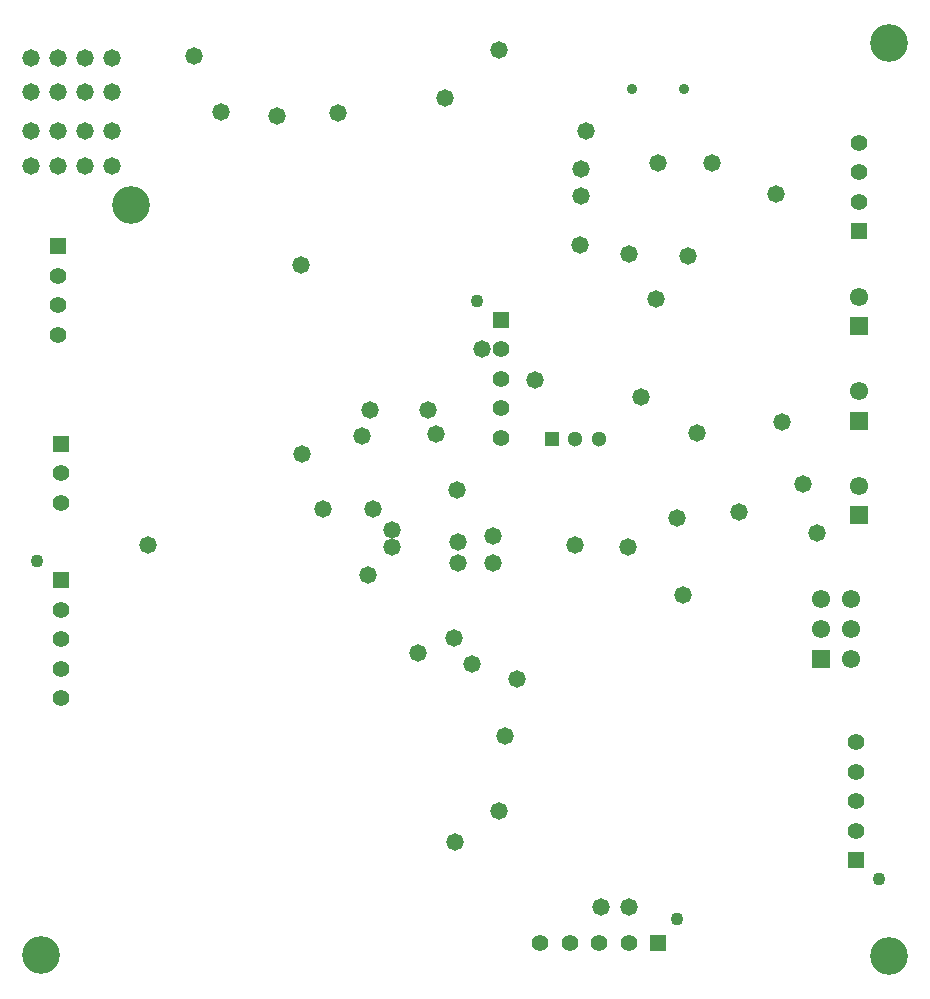
<source format=gbs>
G04*
G04 #@! TF.GenerationSoftware,Altium Limited,Altium Designer,22.5.1 (42)*
G04*
G04 Layer_Color=16711935*
%FSLAX44Y44*%
%MOMM*%
G71*
G04*
G04 #@! TF.SameCoordinates,D36B5827-C087-4E08-AA9B-A7BE46811C41*
G04*
G04*
G04 #@! TF.FilePolarity,Negative*
G04*
G01*
G75*
%ADD66C,1.5500*%
%ADD67R,1.5500X1.5500*%
%ADD68C,0.9000*%
%ADD69R,1.4000X1.4000*%
%ADD70C,1.4000*%
%ADD71C,1.1000*%
%ADD72C,1.3000*%
%ADD73R,1.3000X1.3000*%
%ADD74R,1.4000X1.4000*%
%ADD75C,1.4732*%
%ADD76C,3.2004*%
D66*
X1386840Y772160D02*
D03*
Y746760D02*
D03*
Y721360D02*
D03*
X1361440Y772160D02*
D03*
Y746760D02*
D03*
X1393020Y1028500D02*
D03*
Y948490D02*
D03*
Y868480D02*
D03*
D67*
X1361440Y721360D02*
D03*
X1393020Y1003500D02*
D03*
Y923490D02*
D03*
Y843480D02*
D03*
D68*
X1201010Y1203910D02*
D03*
X1245010D02*
D03*
D69*
X715010Y1071080D02*
D03*
X1393020Y1083910D02*
D03*
X717550Y788270D02*
D03*
Y903840D02*
D03*
X1089830Y1008850D02*
D03*
X1390650Y551110D02*
D03*
D70*
X715010Y1046080D02*
D03*
Y1021080D02*
D03*
Y996080D02*
D03*
X1393020Y1108910D02*
D03*
Y1133910D02*
D03*
Y1158910D02*
D03*
X717550Y688270D02*
D03*
Y713270D02*
D03*
Y738270D02*
D03*
Y763270D02*
D03*
Y853840D02*
D03*
Y878840D02*
D03*
X1089830Y908850D02*
D03*
Y933850D02*
D03*
Y958850D02*
D03*
Y983850D02*
D03*
X1390650Y651110D02*
D03*
Y626110D02*
D03*
Y601110D02*
D03*
Y576110D02*
D03*
X1123480Y481160D02*
D03*
X1148480D02*
D03*
X1173480D02*
D03*
X1198480D02*
D03*
D71*
X697550Y804270D02*
D03*
X1069830Y1024850D02*
D03*
X1410650Y535110D02*
D03*
X1239480Y501160D02*
D03*
D72*
X1173160Y908050D02*
D03*
X1153160D02*
D03*
D73*
X1133160D02*
D03*
D74*
X1223480Y481160D02*
D03*
D75*
X952500Y1183640D02*
D03*
X1328420Y922020D02*
D03*
X979170Y932180D02*
D03*
X1028700D02*
D03*
X1035050Y911860D02*
D03*
X1052830Y864870D02*
D03*
X760730Y1139190D02*
D03*
Y1168400D02*
D03*
Y1201420D02*
D03*
Y1230630D02*
D03*
X737870Y1139190D02*
D03*
Y1168400D02*
D03*
Y1201420D02*
D03*
Y1230630D02*
D03*
X715010Y1139190D02*
D03*
Y1168400D02*
D03*
Y1201420D02*
D03*
Y1230630D02*
D03*
X692150Y1201420D02*
D03*
Y1230630D02*
D03*
Y1168400D02*
D03*
Y1139190D02*
D03*
X1198880Y511810D02*
D03*
X1174750D02*
D03*
X1158240Y1113790D02*
D03*
Y1136650D02*
D03*
X1162050Y1168400D02*
D03*
X1042670Y1196340D02*
D03*
X900430Y1181100D02*
D03*
X853440Y1184910D02*
D03*
X1088390Y1236980D02*
D03*
X830580Y1231900D02*
D03*
X920750Y1055370D02*
D03*
X1268730Y1141730D02*
D03*
X1223010D02*
D03*
X1093470Y656590D02*
D03*
X1103630Y704850D02*
D03*
X1239520Y840740D02*
D03*
X1346200Y869950D02*
D03*
X1244600Y775970D02*
D03*
X1083310Y802640D02*
D03*
Y825500D02*
D03*
X1074420Y984250D02*
D03*
X972820Y910590D02*
D03*
X922020Y895350D02*
D03*
X939800Y848360D02*
D03*
X1118870Y957580D02*
D03*
X1088644Y593090D02*
D03*
X1323340Y1115060D02*
D03*
X1291590Y845820D02*
D03*
X1256555Y913130D02*
D03*
X1054100Y802640D02*
D03*
Y820420D02*
D03*
X791210Y817880D02*
D03*
X1221740Y1026160D02*
D03*
X1156970Y1071880D02*
D03*
X1198880Y1064260D02*
D03*
X1248410Y1062990D02*
D03*
X1197610Y816610D02*
D03*
X1153160Y817880D02*
D03*
X981710Y848360D02*
D03*
X977900Y792480D02*
D03*
X998220Y816610D02*
D03*
Y830580D02*
D03*
X1019810Y726440D02*
D03*
X1065530Y717550D02*
D03*
X1050290Y739140D02*
D03*
X1051560Y566420D02*
D03*
X1209040Y943610D02*
D03*
X1357630Y828040D02*
D03*
D76*
X1418590Y469900D02*
D03*
X701040Y471170D02*
D03*
X777240Y1106170D02*
D03*
X1418590Y1243330D02*
D03*
M02*

</source>
